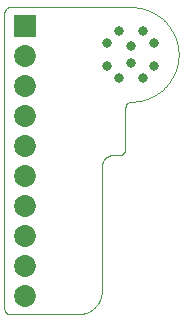
<source format=gbs>
G75*
%MOIN*%
%OFA0B0*%
%FSLAX25Y25*%
%IPPOS*%
%LPD*%
%AMOC8*
5,1,8,0,0,1.08239X$1,22.5*
%
%ADD10C,0.00000*%
%ADD11C,0.03162*%
%ADD12R,0.07300X0.07300*%
%ADD13C,0.07300*%
D10*
X0043854Y0005437D02*
X0043854Y0103862D01*
X0043853Y0103862D02*
X0043855Y0103948D01*
X0043860Y0104034D01*
X0043870Y0104119D01*
X0043883Y0104204D01*
X0043900Y0104288D01*
X0043920Y0104372D01*
X0043944Y0104454D01*
X0043972Y0104535D01*
X0044003Y0104616D01*
X0044037Y0104694D01*
X0044075Y0104771D01*
X0044117Y0104847D01*
X0044161Y0104920D01*
X0044209Y0104991D01*
X0044260Y0105061D01*
X0044314Y0105128D01*
X0044370Y0105192D01*
X0044430Y0105254D01*
X0044492Y0105314D01*
X0044556Y0105370D01*
X0044623Y0105424D01*
X0044693Y0105475D01*
X0044764Y0105523D01*
X0044838Y0105567D01*
X0044913Y0105609D01*
X0044990Y0105647D01*
X0045068Y0105681D01*
X0045149Y0105712D01*
X0045230Y0105740D01*
X0045312Y0105764D01*
X0045396Y0105784D01*
X0045480Y0105801D01*
X0045565Y0105814D01*
X0045650Y0105824D01*
X0045736Y0105829D01*
X0045822Y0105831D01*
X0086176Y0105831D01*
X0101924Y0090083D02*
X0101919Y0089702D01*
X0101906Y0089322D01*
X0101883Y0088942D01*
X0101850Y0088563D01*
X0101809Y0088185D01*
X0101759Y0087808D01*
X0101699Y0087432D01*
X0101631Y0087057D01*
X0101553Y0086685D01*
X0101466Y0086314D01*
X0101371Y0085946D01*
X0101266Y0085580D01*
X0101153Y0085217D01*
X0101031Y0084856D01*
X0100901Y0084499D01*
X0100761Y0084145D01*
X0100614Y0083794D01*
X0100457Y0083447D01*
X0100293Y0083104D01*
X0100120Y0082765D01*
X0099939Y0082430D01*
X0099750Y0082099D01*
X0099553Y0081774D01*
X0099349Y0081453D01*
X0099136Y0081137D01*
X0098916Y0080827D01*
X0098689Y0080521D01*
X0098454Y0080222D01*
X0098212Y0079928D01*
X0097964Y0079640D01*
X0097708Y0079358D01*
X0097445Y0079083D01*
X0097176Y0078814D01*
X0096901Y0078551D01*
X0096619Y0078295D01*
X0096331Y0078047D01*
X0096037Y0077805D01*
X0095738Y0077570D01*
X0095432Y0077343D01*
X0095122Y0077123D01*
X0094806Y0076910D01*
X0094485Y0076706D01*
X0094160Y0076509D01*
X0093829Y0076320D01*
X0093494Y0076139D01*
X0093155Y0075966D01*
X0092812Y0075802D01*
X0092465Y0075645D01*
X0092114Y0075498D01*
X0091760Y0075358D01*
X0091403Y0075228D01*
X0091042Y0075106D01*
X0090679Y0074993D01*
X0090313Y0074888D01*
X0089945Y0074793D01*
X0089574Y0074706D01*
X0089202Y0074628D01*
X0088827Y0074560D01*
X0088451Y0074500D01*
X0088074Y0074450D01*
X0087696Y0074409D01*
X0087317Y0074376D01*
X0086937Y0074353D01*
X0086557Y0074340D01*
X0086176Y0074335D01*
X0086090Y0074333D01*
X0086004Y0074328D01*
X0085919Y0074318D01*
X0085834Y0074305D01*
X0085750Y0074288D01*
X0085666Y0074268D01*
X0085584Y0074244D01*
X0085503Y0074216D01*
X0085422Y0074185D01*
X0085344Y0074151D01*
X0085267Y0074113D01*
X0085192Y0074071D01*
X0085118Y0074027D01*
X0085047Y0073979D01*
X0084977Y0073928D01*
X0084910Y0073874D01*
X0084846Y0073818D01*
X0084784Y0073758D01*
X0084724Y0073696D01*
X0084668Y0073632D01*
X0084614Y0073565D01*
X0084563Y0073495D01*
X0084515Y0073424D01*
X0084471Y0073351D01*
X0084429Y0073275D01*
X0084391Y0073198D01*
X0084357Y0073120D01*
X0084326Y0073039D01*
X0084298Y0072958D01*
X0084274Y0072876D01*
X0084254Y0072792D01*
X0084237Y0072708D01*
X0084224Y0072623D01*
X0084214Y0072538D01*
X0084209Y0072452D01*
X0084207Y0072366D01*
X0084208Y0072366D02*
X0084208Y0058587D01*
X0084206Y0058501D01*
X0084201Y0058415D01*
X0084191Y0058330D01*
X0084178Y0058245D01*
X0084161Y0058161D01*
X0084141Y0058077D01*
X0084117Y0057995D01*
X0084089Y0057914D01*
X0084058Y0057833D01*
X0084024Y0057755D01*
X0083986Y0057678D01*
X0083944Y0057603D01*
X0083900Y0057529D01*
X0083852Y0057458D01*
X0083801Y0057388D01*
X0083747Y0057321D01*
X0083691Y0057257D01*
X0083631Y0057195D01*
X0083569Y0057135D01*
X0083505Y0057079D01*
X0083438Y0057025D01*
X0083368Y0056974D01*
X0083297Y0056926D01*
X0083224Y0056882D01*
X0083148Y0056840D01*
X0083071Y0056802D01*
X0082993Y0056768D01*
X0082912Y0056737D01*
X0082831Y0056709D01*
X0082749Y0056685D01*
X0082665Y0056665D01*
X0082581Y0056648D01*
X0082496Y0056635D01*
X0082411Y0056625D01*
X0082325Y0056620D01*
X0082239Y0056618D01*
X0080271Y0056618D01*
X0080147Y0056616D01*
X0080024Y0056610D01*
X0079900Y0056601D01*
X0079778Y0056587D01*
X0079655Y0056570D01*
X0079533Y0056548D01*
X0079412Y0056523D01*
X0079292Y0056494D01*
X0079173Y0056462D01*
X0079054Y0056425D01*
X0078937Y0056385D01*
X0078822Y0056342D01*
X0078707Y0056294D01*
X0078595Y0056243D01*
X0078484Y0056189D01*
X0078374Y0056131D01*
X0078267Y0056070D01*
X0078161Y0056005D01*
X0078058Y0055937D01*
X0077957Y0055866D01*
X0077858Y0055792D01*
X0077761Y0055715D01*
X0077667Y0055634D01*
X0077576Y0055551D01*
X0077487Y0055465D01*
X0077401Y0055376D01*
X0077318Y0055285D01*
X0077237Y0055191D01*
X0077160Y0055094D01*
X0077086Y0054995D01*
X0077015Y0054894D01*
X0076947Y0054791D01*
X0076882Y0054685D01*
X0076821Y0054578D01*
X0076763Y0054468D01*
X0076709Y0054357D01*
X0076658Y0054245D01*
X0076610Y0054130D01*
X0076567Y0054015D01*
X0076527Y0053898D01*
X0076490Y0053779D01*
X0076458Y0053660D01*
X0076429Y0053540D01*
X0076404Y0053419D01*
X0076382Y0053297D01*
X0076365Y0053174D01*
X0076351Y0053052D01*
X0076342Y0052928D01*
X0076336Y0052805D01*
X0076334Y0052681D01*
X0076334Y0011343D01*
X0076332Y0011153D01*
X0076325Y0010963D01*
X0076313Y0010773D01*
X0076297Y0010583D01*
X0076277Y0010394D01*
X0076251Y0010205D01*
X0076222Y0010017D01*
X0076187Y0009830D01*
X0076148Y0009644D01*
X0076105Y0009459D01*
X0076057Y0009274D01*
X0076005Y0009091D01*
X0075949Y0008910D01*
X0075888Y0008730D01*
X0075822Y0008551D01*
X0075753Y0008374D01*
X0075679Y0008198D01*
X0075601Y0008025D01*
X0075518Y0007853D01*
X0075432Y0007684D01*
X0075342Y0007516D01*
X0075247Y0007351D01*
X0075149Y0007188D01*
X0075046Y0007028D01*
X0074940Y0006870D01*
X0074830Y0006715D01*
X0074717Y0006562D01*
X0074599Y0006412D01*
X0074478Y0006266D01*
X0074354Y0006122D01*
X0074226Y0005981D01*
X0074095Y0005843D01*
X0073960Y0005708D01*
X0073822Y0005577D01*
X0073681Y0005449D01*
X0073537Y0005325D01*
X0073391Y0005204D01*
X0073241Y0005086D01*
X0073088Y0004973D01*
X0072933Y0004863D01*
X0072775Y0004757D01*
X0072615Y0004654D01*
X0072452Y0004556D01*
X0072287Y0004461D01*
X0072119Y0004371D01*
X0071950Y0004285D01*
X0071778Y0004202D01*
X0071605Y0004124D01*
X0071429Y0004050D01*
X0071252Y0003981D01*
X0071073Y0003915D01*
X0070893Y0003854D01*
X0070712Y0003798D01*
X0070529Y0003746D01*
X0070344Y0003698D01*
X0070159Y0003655D01*
X0069973Y0003616D01*
X0069786Y0003581D01*
X0069598Y0003552D01*
X0069409Y0003526D01*
X0069220Y0003506D01*
X0069030Y0003490D01*
X0068840Y0003478D01*
X0068650Y0003471D01*
X0068460Y0003469D01*
X0045822Y0003469D01*
X0045822Y0003468D02*
X0045736Y0003470D01*
X0045650Y0003475D01*
X0045565Y0003485D01*
X0045480Y0003498D01*
X0045396Y0003515D01*
X0045312Y0003535D01*
X0045230Y0003559D01*
X0045149Y0003587D01*
X0045068Y0003618D01*
X0044990Y0003652D01*
X0044913Y0003690D01*
X0044838Y0003732D01*
X0044764Y0003776D01*
X0044693Y0003824D01*
X0044623Y0003875D01*
X0044556Y0003929D01*
X0044492Y0003985D01*
X0044430Y0004045D01*
X0044370Y0004107D01*
X0044314Y0004171D01*
X0044260Y0004238D01*
X0044209Y0004308D01*
X0044161Y0004379D01*
X0044117Y0004453D01*
X0044075Y0004528D01*
X0044037Y0004605D01*
X0044003Y0004683D01*
X0043972Y0004764D01*
X0043944Y0004845D01*
X0043920Y0004927D01*
X0043900Y0005011D01*
X0043883Y0005095D01*
X0043870Y0005180D01*
X0043860Y0005265D01*
X0043855Y0005351D01*
X0043853Y0005437D01*
X0101924Y0090083D02*
X0101919Y0090464D01*
X0101906Y0090844D01*
X0101883Y0091224D01*
X0101850Y0091603D01*
X0101809Y0091981D01*
X0101759Y0092358D01*
X0101699Y0092734D01*
X0101631Y0093109D01*
X0101553Y0093481D01*
X0101466Y0093852D01*
X0101371Y0094220D01*
X0101266Y0094586D01*
X0101153Y0094949D01*
X0101031Y0095310D01*
X0100901Y0095667D01*
X0100761Y0096021D01*
X0100614Y0096372D01*
X0100457Y0096719D01*
X0100293Y0097062D01*
X0100120Y0097401D01*
X0099939Y0097736D01*
X0099750Y0098067D01*
X0099553Y0098392D01*
X0099349Y0098713D01*
X0099136Y0099029D01*
X0098916Y0099339D01*
X0098689Y0099645D01*
X0098454Y0099944D01*
X0098212Y0100238D01*
X0097964Y0100526D01*
X0097708Y0100808D01*
X0097445Y0101083D01*
X0097176Y0101352D01*
X0096901Y0101615D01*
X0096619Y0101871D01*
X0096331Y0102119D01*
X0096037Y0102361D01*
X0095738Y0102596D01*
X0095432Y0102823D01*
X0095122Y0103043D01*
X0094806Y0103256D01*
X0094485Y0103460D01*
X0094160Y0103657D01*
X0093829Y0103846D01*
X0093494Y0104027D01*
X0093155Y0104200D01*
X0092812Y0104364D01*
X0092465Y0104521D01*
X0092114Y0104668D01*
X0091760Y0104808D01*
X0091403Y0104938D01*
X0091042Y0105060D01*
X0090679Y0105173D01*
X0090313Y0105278D01*
X0089945Y0105373D01*
X0089574Y0105460D01*
X0089202Y0105538D01*
X0088827Y0105606D01*
X0088451Y0105666D01*
X0088074Y0105716D01*
X0087696Y0105757D01*
X0087317Y0105790D01*
X0086937Y0105813D01*
X0086557Y0105826D01*
X0086176Y0105831D01*
D11*
X0089917Y0097957D03*
X0093854Y0094020D03*
X0093854Y0086146D03*
X0089917Y0082209D03*
X0085980Y0087130D03*
X0085980Y0093035D03*
X0082043Y0097957D03*
X0078106Y0094020D03*
X0078106Y0086146D03*
X0082043Y0082209D03*
D12*
X0050743Y0099650D03*
D13*
X0050743Y0089650D03*
X0050743Y0079650D03*
X0050743Y0069650D03*
X0050743Y0059650D03*
X0050743Y0049650D03*
X0050743Y0039650D03*
X0050743Y0029650D03*
X0050743Y0019650D03*
X0050743Y0009650D03*
M02*

</source>
